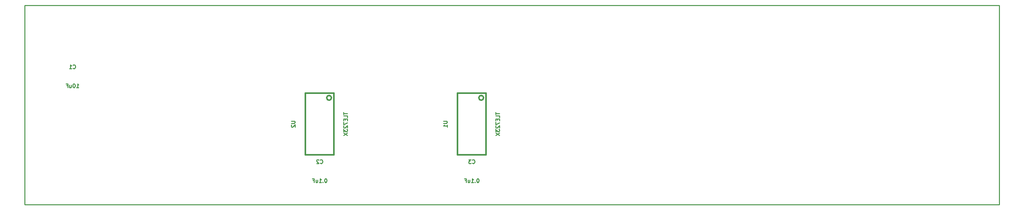
<source format=gbo>
G04 (created by PCBNEW (2013-jul-07)-stable) date Fri 01 Aug 2014 03:38:15 PM EDT*
%MOIN*%
G04 Gerber Fmt 3.4, Leading zero omitted, Abs format*
%FSLAX34Y34*%
G01*
G70*
G90*
G04 APERTURE LIST*
%ADD10C,0.00590551*%
%ADD11C,0.009*%
%ADD12C,0.005*%
%ADD13C,0.015*%
%ADD14C,0.01*%
%ADD15C,0.175*%
%ADD16O,0.08X0.12*%
%ADD17C,0.08*%
%ADD18C,0.18*%
%ADD19C,0.096*%
%ADD20C,0.16*%
%ADD21R,0.07X0.12*%
%ADD22R,0.07X0.035*%
G04 APERTURE END LIST*
G54D10*
G54D11*
X110000Y-29000D02*
X7500Y-29000D01*
X110000Y-50000D02*
X110000Y-29000D01*
X7500Y-50000D02*
X110000Y-50000D01*
X7500Y-29000D02*
X7500Y-50000D01*
G54D12*
X38800Y-45950D02*
X39400Y-45950D01*
X39400Y-45950D02*
X39400Y-47050D01*
X39400Y-47050D02*
X38800Y-47050D01*
X38200Y-47050D02*
X37600Y-47050D01*
X37600Y-47050D02*
X37600Y-45950D01*
X37600Y-45950D02*
X38200Y-45950D01*
X54800Y-45950D02*
X55400Y-45950D01*
X55400Y-45950D02*
X55400Y-47050D01*
X55400Y-47050D02*
X54800Y-47050D01*
X54200Y-47050D02*
X53600Y-47050D01*
X53600Y-47050D02*
X53600Y-45950D01*
X53600Y-45950D02*
X54200Y-45950D01*
X12800Y-35950D02*
X13400Y-35950D01*
X13400Y-35950D02*
X13400Y-37050D01*
X13400Y-37050D02*
X12800Y-37050D01*
X12200Y-37050D02*
X11600Y-37050D01*
X11600Y-37050D02*
X11600Y-35950D01*
X11600Y-35950D02*
X12200Y-35950D01*
G54D13*
X39750Y-38750D02*
G75*
G03X39750Y-38750I-250J0D01*
G74*
G01*
X37000Y-38250D02*
X40000Y-38250D01*
X40000Y-38250D02*
X40000Y-44750D01*
X40000Y-44750D02*
X37000Y-44750D01*
X37000Y-44750D02*
X37000Y-38250D01*
X55750Y-38750D02*
G75*
G03X55750Y-38750I-250J0D01*
G74*
G01*
X53000Y-38250D02*
X56000Y-38250D01*
X56000Y-38250D02*
X56000Y-44750D01*
X56000Y-44750D02*
X53000Y-44750D01*
X53000Y-44750D02*
X53000Y-38250D01*
G54D14*
X38566Y-45623D02*
X38585Y-45642D01*
X38642Y-45661D01*
X38680Y-45661D01*
X38738Y-45642D01*
X38776Y-45604D01*
X38795Y-45566D01*
X38814Y-45490D01*
X38814Y-45433D01*
X38795Y-45357D01*
X38776Y-45319D01*
X38738Y-45280D01*
X38680Y-45261D01*
X38642Y-45261D01*
X38585Y-45280D01*
X38566Y-45300D01*
X38414Y-45300D02*
X38395Y-45280D01*
X38357Y-45261D01*
X38261Y-45261D01*
X38223Y-45280D01*
X38204Y-45300D01*
X38185Y-45338D01*
X38185Y-45376D01*
X38204Y-45433D01*
X38433Y-45661D01*
X38185Y-45661D01*
X39157Y-47261D02*
X39119Y-47261D01*
X39080Y-47280D01*
X39061Y-47300D01*
X39042Y-47338D01*
X39023Y-47414D01*
X39023Y-47509D01*
X39042Y-47585D01*
X39061Y-47623D01*
X39080Y-47642D01*
X39119Y-47661D01*
X39157Y-47661D01*
X39195Y-47642D01*
X39214Y-47623D01*
X39233Y-47585D01*
X39252Y-47509D01*
X39252Y-47414D01*
X39233Y-47338D01*
X39214Y-47300D01*
X39195Y-47280D01*
X39157Y-47261D01*
X38852Y-47623D02*
X38833Y-47642D01*
X38852Y-47661D01*
X38871Y-47642D01*
X38852Y-47623D01*
X38852Y-47661D01*
X38452Y-47661D02*
X38680Y-47661D01*
X38566Y-47661D02*
X38566Y-47261D01*
X38604Y-47319D01*
X38642Y-47357D01*
X38680Y-47376D01*
X38109Y-47395D02*
X38109Y-47661D01*
X38280Y-47395D02*
X38280Y-47604D01*
X38261Y-47642D01*
X38223Y-47661D01*
X38166Y-47661D01*
X38128Y-47642D01*
X38109Y-47623D01*
X37785Y-47452D02*
X37919Y-47452D01*
X37919Y-47661D02*
X37919Y-47261D01*
X37728Y-47261D01*
X54566Y-45623D02*
X54585Y-45642D01*
X54642Y-45661D01*
X54680Y-45661D01*
X54738Y-45642D01*
X54776Y-45604D01*
X54795Y-45566D01*
X54814Y-45490D01*
X54814Y-45433D01*
X54795Y-45357D01*
X54776Y-45319D01*
X54738Y-45280D01*
X54680Y-45261D01*
X54642Y-45261D01*
X54585Y-45280D01*
X54566Y-45300D01*
X54433Y-45261D02*
X54185Y-45261D01*
X54319Y-45414D01*
X54261Y-45414D01*
X54223Y-45433D01*
X54204Y-45452D01*
X54185Y-45490D01*
X54185Y-45585D01*
X54204Y-45623D01*
X54223Y-45642D01*
X54261Y-45661D01*
X54376Y-45661D01*
X54414Y-45642D01*
X54433Y-45623D01*
X55157Y-47261D02*
X55119Y-47261D01*
X55080Y-47280D01*
X55061Y-47300D01*
X55042Y-47338D01*
X55023Y-47414D01*
X55023Y-47509D01*
X55042Y-47585D01*
X55061Y-47623D01*
X55080Y-47642D01*
X55119Y-47661D01*
X55157Y-47661D01*
X55195Y-47642D01*
X55214Y-47623D01*
X55233Y-47585D01*
X55252Y-47509D01*
X55252Y-47414D01*
X55233Y-47338D01*
X55214Y-47300D01*
X55195Y-47280D01*
X55157Y-47261D01*
X54852Y-47623D02*
X54833Y-47642D01*
X54852Y-47661D01*
X54871Y-47642D01*
X54852Y-47623D01*
X54852Y-47661D01*
X54452Y-47661D02*
X54680Y-47661D01*
X54566Y-47661D02*
X54566Y-47261D01*
X54604Y-47319D01*
X54642Y-47357D01*
X54680Y-47376D01*
X54109Y-47395D02*
X54109Y-47661D01*
X54280Y-47395D02*
X54280Y-47604D01*
X54261Y-47642D01*
X54223Y-47661D01*
X54166Y-47661D01*
X54128Y-47642D01*
X54109Y-47623D01*
X53785Y-47452D02*
X53919Y-47452D01*
X53919Y-47661D02*
X53919Y-47261D01*
X53728Y-47261D01*
X12566Y-35623D02*
X12585Y-35642D01*
X12642Y-35661D01*
X12680Y-35661D01*
X12738Y-35642D01*
X12776Y-35604D01*
X12795Y-35566D01*
X12814Y-35490D01*
X12814Y-35433D01*
X12795Y-35357D01*
X12776Y-35319D01*
X12738Y-35280D01*
X12680Y-35261D01*
X12642Y-35261D01*
X12585Y-35280D01*
X12566Y-35300D01*
X12185Y-35661D02*
X12414Y-35661D01*
X12299Y-35661D02*
X12299Y-35261D01*
X12338Y-35319D01*
X12376Y-35357D01*
X12414Y-35376D01*
X12928Y-37661D02*
X13157Y-37661D01*
X13042Y-37661D02*
X13042Y-37261D01*
X13080Y-37319D01*
X13119Y-37357D01*
X13157Y-37376D01*
X12680Y-37261D02*
X12642Y-37261D01*
X12604Y-37280D01*
X12585Y-37300D01*
X12566Y-37338D01*
X12547Y-37414D01*
X12547Y-37509D01*
X12566Y-37585D01*
X12585Y-37623D01*
X12604Y-37642D01*
X12642Y-37661D01*
X12680Y-37661D01*
X12719Y-37642D01*
X12738Y-37623D01*
X12757Y-37585D01*
X12776Y-37509D01*
X12776Y-37414D01*
X12757Y-37338D01*
X12738Y-37300D01*
X12719Y-37280D01*
X12680Y-37261D01*
X12204Y-37395D02*
X12204Y-37661D01*
X12376Y-37395D02*
X12376Y-37604D01*
X12357Y-37642D01*
X12319Y-37661D01*
X12261Y-37661D01*
X12223Y-37642D01*
X12204Y-37623D01*
X11880Y-37452D02*
X12014Y-37452D01*
X12014Y-37661D02*
X12014Y-37261D01*
X11823Y-37261D01*
X35511Y-41195D02*
X35835Y-41195D01*
X35873Y-41214D01*
X35892Y-41233D01*
X35911Y-41271D01*
X35911Y-41347D01*
X35892Y-41385D01*
X35873Y-41404D01*
X35835Y-41423D01*
X35511Y-41423D01*
X35550Y-41595D02*
X35530Y-41614D01*
X35511Y-41652D01*
X35511Y-41747D01*
X35530Y-41785D01*
X35550Y-41804D01*
X35588Y-41823D01*
X35626Y-41823D01*
X35683Y-41804D01*
X35911Y-41576D01*
X35911Y-41823D01*
X41011Y-40280D02*
X41011Y-40509D01*
X41411Y-40395D02*
X41011Y-40395D01*
X41411Y-40833D02*
X41411Y-40642D01*
X41011Y-40642D01*
X41202Y-40966D02*
X41202Y-41100D01*
X41411Y-41157D02*
X41411Y-40966D01*
X41011Y-40966D01*
X41011Y-41157D01*
X41011Y-41290D02*
X41011Y-41557D01*
X41411Y-41385D01*
X41050Y-41690D02*
X41030Y-41709D01*
X41011Y-41747D01*
X41011Y-41842D01*
X41030Y-41880D01*
X41050Y-41900D01*
X41088Y-41919D01*
X41126Y-41919D01*
X41183Y-41900D01*
X41411Y-41671D01*
X41411Y-41919D01*
X41011Y-42052D02*
X41011Y-42300D01*
X41164Y-42166D01*
X41164Y-42223D01*
X41183Y-42261D01*
X41202Y-42280D01*
X41240Y-42300D01*
X41335Y-42300D01*
X41373Y-42280D01*
X41392Y-42261D01*
X41411Y-42223D01*
X41411Y-42109D01*
X41392Y-42071D01*
X41373Y-42052D01*
X41011Y-42433D02*
X41411Y-42700D01*
X41011Y-42700D02*
X41411Y-42433D01*
X51511Y-41195D02*
X51835Y-41195D01*
X51873Y-41214D01*
X51892Y-41233D01*
X51911Y-41271D01*
X51911Y-41347D01*
X51892Y-41385D01*
X51873Y-41404D01*
X51835Y-41423D01*
X51511Y-41423D01*
X51911Y-41823D02*
X51911Y-41595D01*
X51911Y-41709D02*
X51511Y-41709D01*
X51569Y-41671D01*
X51607Y-41633D01*
X51626Y-41595D01*
X57011Y-40280D02*
X57011Y-40509D01*
X57411Y-40395D02*
X57011Y-40395D01*
X57411Y-40833D02*
X57411Y-40642D01*
X57011Y-40642D01*
X57202Y-40966D02*
X57202Y-41100D01*
X57411Y-41157D02*
X57411Y-40966D01*
X57011Y-40966D01*
X57011Y-41157D01*
X57011Y-41290D02*
X57011Y-41557D01*
X57411Y-41385D01*
X57050Y-41690D02*
X57030Y-41709D01*
X57011Y-41747D01*
X57011Y-41842D01*
X57030Y-41880D01*
X57050Y-41900D01*
X57088Y-41919D01*
X57126Y-41919D01*
X57183Y-41900D01*
X57411Y-41671D01*
X57411Y-41919D01*
X57011Y-42052D02*
X57011Y-42300D01*
X57164Y-42166D01*
X57164Y-42223D01*
X57183Y-42261D01*
X57202Y-42280D01*
X57240Y-42300D01*
X57335Y-42300D01*
X57373Y-42280D01*
X57392Y-42261D01*
X57411Y-42223D01*
X57411Y-42109D01*
X57392Y-42071D01*
X57373Y-42052D01*
X57011Y-42433D02*
X57411Y-42700D01*
X57011Y-42700D02*
X57411Y-42433D01*
%LPC*%
G54D15*
X14500Y-49000D03*
X15000Y-30000D03*
X47000Y-49000D03*
X44500Y-30000D03*
G54D16*
X20000Y-49000D03*
X21000Y-49000D03*
X22000Y-49000D03*
X23000Y-49000D03*
X24000Y-49000D03*
X25000Y-49000D03*
X26000Y-49000D03*
X27000Y-49000D03*
X29000Y-49000D03*
X30000Y-49000D03*
X31000Y-49000D03*
X32000Y-49000D03*
X33000Y-49000D03*
X34000Y-49000D03*
X35000Y-49000D03*
X36000Y-49000D03*
X38000Y-49000D03*
X39000Y-49000D03*
X40000Y-49000D03*
X41000Y-49000D03*
X42000Y-49000D03*
X43000Y-49000D03*
X44000Y-49000D03*
X45000Y-49000D03*
X16400Y-30000D03*
X17400Y-30000D03*
X18400Y-30000D03*
X19400Y-30000D03*
X20400Y-30000D03*
X21400Y-30000D03*
X22400Y-30000D03*
X23400Y-30000D03*
X24400Y-30000D03*
X25400Y-30000D03*
X27000Y-30000D03*
X34000Y-30000D03*
X33000Y-30000D03*
X32000Y-30000D03*
X31000Y-30000D03*
X30000Y-30000D03*
X29000Y-30000D03*
X28000Y-30000D03*
X36000Y-30000D03*
X37000Y-30000D03*
X38000Y-30000D03*
X39000Y-30000D03*
X40000Y-30000D03*
X41000Y-30000D03*
X42000Y-30000D03*
X43000Y-30000D03*
G54D17*
X46000Y-30000D03*
X47000Y-30000D03*
X46000Y-31000D03*
X47000Y-31000D03*
X46000Y-32000D03*
X47000Y-32000D03*
X46000Y-33000D03*
X47000Y-33000D03*
X46000Y-34000D03*
X47000Y-34000D03*
X46000Y-35000D03*
X47000Y-35000D03*
X46000Y-36000D03*
X47000Y-36000D03*
X46000Y-37000D03*
X47000Y-37000D03*
X46000Y-38000D03*
X47000Y-38000D03*
X46000Y-39000D03*
X47000Y-39000D03*
X46000Y-40000D03*
X47000Y-40000D03*
X46000Y-41000D03*
X47000Y-41000D03*
X46000Y-42000D03*
X47000Y-42000D03*
X46000Y-43000D03*
X47000Y-43000D03*
X46000Y-44000D03*
X47000Y-44000D03*
X46000Y-45000D03*
X47000Y-45000D03*
X46000Y-46000D03*
X47000Y-46000D03*
X46000Y-47000D03*
X47000Y-47000D03*
G54D18*
X89000Y-36500D03*
X92000Y-36500D03*
X97000Y-36500D03*
X100000Y-36500D03*
X105000Y-36500D03*
X108000Y-36500D03*
X73000Y-36500D03*
X76000Y-36500D03*
X65000Y-36500D03*
X68000Y-36500D03*
X49000Y-36500D03*
X52000Y-36500D03*
X57000Y-36500D03*
X60000Y-36500D03*
X81000Y-36500D03*
X84000Y-36500D03*
X25000Y-36500D03*
X28000Y-36500D03*
X17000Y-36500D03*
X20000Y-36500D03*
X33000Y-36500D03*
X36000Y-36500D03*
X41000Y-36500D03*
X44000Y-36500D03*
G54D19*
X8680Y-39500D03*
G54D20*
X9860Y-39500D03*
G54D18*
X12220Y-39500D03*
G54D20*
X9470Y-41270D03*
X9470Y-37730D03*
G54D21*
X39100Y-46500D03*
X37900Y-46500D03*
X55100Y-46500D03*
X53900Y-46500D03*
X13100Y-36500D03*
X11900Y-36500D03*
G54D22*
X40500Y-41250D03*
X40500Y-40750D03*
X40500Y-40250D03*
X40500Y-39750D03*
X40500Y-39250D03*
X40500Y-38750D03*
X40500Y-41750D03*
X40500Y-42250D03*
X40500Y-42750D03*
X40500Y-43250D03*
X40500Y-43750D03*
X40500Y-44250D03*
X36500Y-44250D03*
X36500Y-43750D03*
X36500Y-43250D03*
X36500Y-42750D03*
X36500Y-42250D03*
X36500Y-41750D03*
X36500Y-41250D03*
X36500Y-40750D03*
X36500Y-40250D03*
X36500Y-39750D03*
X36500Y-39250D03*
X36500Y-38750D03*
X56500Y-41250D03*
X56500Y-40750D03*
X56500Y-40250D03*
X56500Y-39750D03*
X56500Y-39250D03*
X56500Y-38750D03*
X56500Y-41750D03*
X56500Y-42250D03*
X56500Y-42750D03*
X56500Y-43250D03*
X56500Y-43750D03*
X56500Y-44250D03*
X52500Y-44250D03*
X52500Y-43750D03*
X52500Y-43250D03*
X52500Y-42750D03*
X52500Y-42250D03*
X52500Y-41750D03*
X52500Y-41250D03*
X52500Y-40750D03*
X52500Y-40250D03*
X52500Y-39750D03*
X52500Y-39250D03*
X52500Y-38750D03*
G54D15*
X78500Y-49000D03*
X78500Y-30000D03*
X102500Y-49000D03*
X102500Y-30000D03*
M02*

</source>
